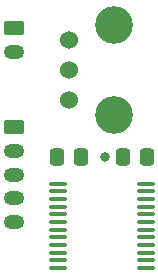
<source format=gbr>
%TF.GenerationSoftware,KiCad,Pcbnew,(6.0.1)*%
%TF.CreationDate,2022-07-01T15:08:56-07:00*%
%TF.ProjectId,mu100-dit,6d753130-302d-4646-9974-2e6b69636164,rev?*%
%TF.SameCoordinates,Original*%
%TF.FileFunction,Soldermask,Top*%
%TF.FilePolarity,Negative*%
%FSLAX46Y46*%
G04 Gerber Fmt 4.6, Leading zero omitted, Abs format (unit mm)*
G04 Created by KiCad (PCBNEW (6.0.1)) date 2022-07-01 15:08:56*
%MOMM*%
%LPD*%
G01*
G04 APERTURE LIST*
G04 Aperture macros list*
%AMRoundRect*
0 Rectangle with rounded corners*
0 $1 Rounding radius*
0 $2 $3 $4 $5 $6 $7 $8 $9 X,Y pos of 4 corners*
0 Add a 4 corners polygon primitive as box body*
4,1,4,$2,$3,$4,$5,$6,$7,$8,$9,$2,$3,0*
0 Add four circle primitives for the rounded corners*
1,1,$1+$1,$2,$3*
1,1,$1+$1,$4,$5*
1,1,$1+$1,$6,$7*
1,1,$1+$1,$8,$9*
0 Add four rect primitives between the rounded corners*
20,1,$1+$1,$2,$3,$4,$5,0*
20,1,$1+$1,$4,$5,$6,$7,0*
20,1,$1+$1,$6,$7,$8,$9,0*
20,1,$1+$1,$8,$9,$2,$3,0*%
G04 Aperture macros list end*
%ADD10RoundRect,0.100000X-0.637500X-0.100000X0.637500X-0.100000X0.637500X0.100000X-0.637500X0.100000X0*%
%ADD11C,3.200000*%
%ADD12C,1.524000*%
%ADD13RoundRect,0.250000X-0.625000X0.350000X-0.625000X-0.350000X0.625000X-0.350000X0.625000X0.350000X0*%
%ADD14O,1.750000X1.200000*%
%ADD15RoundRect,0.250000X-0.337500X-0.475000X0.337500X-0.475000X0.337500X0.475000X-0.337500X0.475000X0*%
%ADD16RoundRect,0.250000X0.337500X0.475000X-0.337500X0.475000X-0.337500X-0.475000X0.337500X-0.475000X0*%
%ADD17C,0.800000*%
G04 APERTURE END LIST*
D10*
%TO.C,U2*%
X51659500Y-109461427D03*
X51659500Y-110111427D03*
X51659500Y-110761427D03*
X51659500Y-111411427D03*
X51659500Y-112061427D03*
X51659500Y-112711427D03*
X51659500Y-113361427D03*
X51659500Y-114011427D03*
X51659500Y-114661427D03*
X51659500Y-115311427D03*
X51659500Y-115961427D03*
X51659500Y-116611427D03*
X59084500Y-116611427D03*
X59084500Y-115961427D03*
X59084500Y-115311427D03*
X59084500Y-114661427D03*
X59084500Y-114011427D03*
X59084500Y-113361427D03*
X59084500Y-112711427D03*
X59084500Y-112061427D03*
X59084500Y-111411427D03*
X59084500Y-110761427D03*
X59084500Y-110111427D03*
X59084500Y-109461427D03*
%TD*%
D11*
%TO.C,U1*%
X56350000Y-103660000D03*
X56350000Y-96040000D03*
D12*
X52540000Y-97310000D03*
X52540000Y-99850000D03*
X52540000Y-102390000D03*
%TD*%
D13*
%TO.C,J2*%
X47916000Y-96282000D03*
D14*
X47916000Y-98282000D03*
%TD*%
D15*
%TO.C,C2*%
X57128500Y-107188000D03*
X59203500Y-107188000D03*
%TD*%
D13*
%TO.C,J1*%
X47916000Y-104712000D03*
D14*
X47916000Y-106712000D03*
X47916000Y-108712000D03*
X47916000Y-110712000D03*
X47916000Y-112712000D03*
%TD*%
D16*
%TO.C,C1*%
X53615500Y-107188000D03*
X51540500Y-107188000D03*
%TD*%
D17*
X55626000Y-107188000D03*
M02*

</source>
